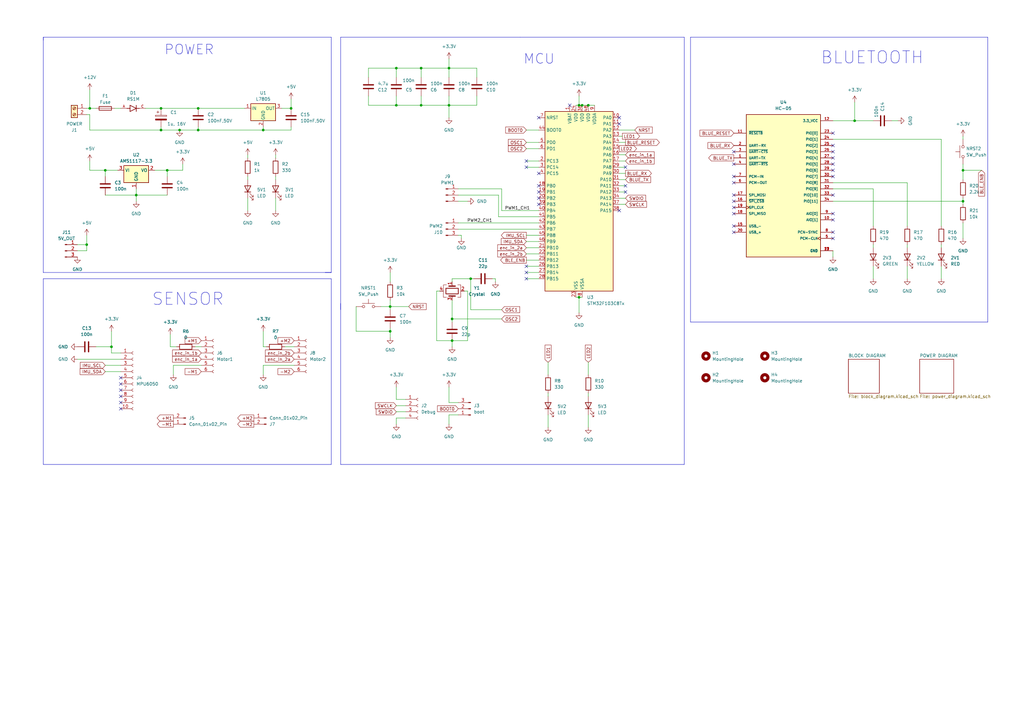
<source format=kicad_sch>
(kicad_sch (version 20230121) (generator eeschema)
  (paper "A3")
  (title_block (title "Snaaur Board") (date "14/6/2023") (rev "v0"))
  (junction (at 107.95 53.34))
  (junction (at 237.49 121.92))
  (junction (at 394.97 69.85))
  (junction (at 238.76 43.18))
  (junction (at 45.72 142.24))
  (junction (at 43.18 69.85))
  (junction (at 160.02 135.89))
  (junction (at 185.42 130.81))
  (junction (at 172.72 27.94))
  (junction (at 73.66 53.34))
  (junction (at 81.28 44.45))
  (junction (at 184.15 27.94))
  (junction (at 241.3 43.18))
  (junction (at 68.58 69.85))
  (junction (at 185.42 139.7))
  (junction (at 35.56 100.33))
  (junction (at 66.04 44.45))
  (junction (at 55.88 80.01))
  (junction (at 66.04 53.34))
  (junction (at 160.02 125.73))
  (junction (at 36.83 44.45))
  (junction (at 81.28 53.34))
  (junction (at 119.38 44.45))
  (junction (at 350.52 49.53))
  (junction (at 162.56 27.94))
  (junction (at 237.49 43.18))
  (junction (at 394.97 82.55))
  (junction (at 172.72 43.18))
  (junction (at 162.56 43.18))
  (junction (at 184.15 43.18))
  (junction (at 193.04 114.3))
  (no_connect (at 341.63 95.25))
  (no_connect (at 300.99 87.63))
  (no_connect (at 341.63 80.01))
  (no_connect (at 220.98 78.74))
  (no_connect (at 220.98 71.12))
  (no_connect (at 215.9 111.76))
  (no_connect (at 341.63 69.85))
  (no_connect (at 254 50.8))
  (no_connect (at 341.63 59.69))
  (no_connect (at 300.99 62.23))
  (no_connect (at 49.53 154.94))
  (no_connect (at 256.54 76.2))
  (no_connect (at 215.9 114.3))
  (no_connect (at 341.63 54.61))
  (no_connect (at 49.53 167.64))
  (no_connect (at 341.63 64.77))
  (no_connect (at 300.99 80.01))
  (no_connect (at 256.54 78.74))
  (no_connect (at 220.98 83.82))
  (no_connect (at 256.54 68.58))
  (no_connect (at 300.99 72.39))
  (no_connect (at 341.63 87.63))
  (no_connect (at 233.68 43.18))
  (no_connect (at 49.53 160.02))
  (no_connect (at 341.63 97.79))
  (no_connect (at 341.63 90.17))
  (no_connect (at 341.63 72.39))
  (no_connect (at 215.9 109.22))
  (no_connect (at 220.98 48.26))
  (no_connect (at 215.9 66.04))
  (no_connect (at 220.98 81.28))
  (no_connect (at 300.99 67.31))
  (no_connect (at 215.9 68.58))
  (no_connect (at 300.99 82.55))
  (no_connect (at 254 86.36))
  (no_connect (at 49.53 157.48))
  (no_connect (at 49.53 162.56))
  (no_connect (at 300.99 85.09))
  (no_connect (at 300.99 95.25))
  (no_connect (at 49.53 165.1))
  (no_connect (at 300.99 92.71))
  (no_connect (at 341.63 67.31))
  (no_connect (at 300.99 74.93))
  (no_connect (at 341.63 62.23))
  (no_connect (at 254 48.26))
  (no_connect (at 220.98 76.2))
  (polyline (pts (xy 17.78 114.3) (xy 135.89 114.3)))
  (wire (pts (xy 195.58 27.94) (xy 195.58 31.75)))
  (wire (pts (xy 224.79 161.29) (xy 224.79 162.56)))
  (wire (pts (xy 187.96 93.98) (xy 220.98 93.98)))
  (wire (pts (xy 215.9 114.3) (xy 220.98 114.3)))
  (wire (pts (xy 172.72 27.94) (xy 172.72 31.75)))
  (wire (pts (xy 172.72 39.37) (xy 172.72 43.18)))
  (wire (pts (xy 166.37 171.45) (xy 162.56 171.45)))
  (wire (pts (xy 120.65 149.86) (xy 107.95 149.86)))
  (wire (pts (xy 59.69 44.45) (xy 66.04 44.45)))
  (wire (pts (xy 45.72 144.78) (xy 45.72 142.24)))
  (wire (pts (xy 185.42 139.7) (xy 191.77 139.7)))
  (wire (pts (xy 66.04 52.07) (xy 66.04 53.34)))
  (wire (pts (xy 167.64 125.73) (xy 160.02 125.73)))
  (wire (pts (xy 224.79 148.59) (xy 224.79 153.67)))
  (wire (pts (xy 241.3 148.59) (xy 241.3 153.67)))
  (wire (pts (xy 160.02 111.76) (xy 160.02 115.57)))
  (polyline (pts (xy 283.21 132.08) (xy 405.13 132.08)))
  (wire (pts (xy 115.57 44.45) (xy 119.38 44.45)))
  (wire (pts (xy 237.49 39.37) (xy 237.49 43.18)))
  (wire (pts (xy 68.58 69.85) (xy 74.93 69.85)))
  (wire (pts (xy 36.83 44.45) (xy 39.37 44.45)))
  (wire (pts (xy 215.9 53.34) (xy 220.98 53.34)))
  (wire (pts (xy 189.23 96.52) (xy 189.23 97.79)))
  (wire (pts (xy 146.05 135.89) (xy 160.02 135.89)))
  (wire (pts (xy 35.56 96.52) (xy 35.56 100.33)))
  (wire (pts (xy 191.77 82.55) (xy 187.96 82.55)))
  (wire (pts (xy 184.15 158.75) (xy 184.15 165.1)))
  (wire (pts (xy 69.85 142.24) (xy 69.85 137.16)))
  (wire (pts (xy 162.56 168.91) (xy 166.37 168.91)))
  (wire (pts (xy 160.02 134.62) (xy 160.02 135.89)))
  (polyline (pts (xy 17.78 111.76) (xy 17.78 111.76)))
  (wire (pts (xy 71.12 149.86) (xy 71.12 153.67)))
  (wire (pts (xy 203.2 114.3) (xy 203.2 115.57)))
  (wire (pts (xy 254 83.82) (xy 256.54 83.82)))
  (wire (pts (xy 254 68.58) (xy 256.54 68.58)))
  (wire (pts (xy 386.08 57.15) (xy 341.63 57.15)))
  (wire (pts (xy 55.88 80.01) (xy 55.88 82.55)))
  (wire (pts (xy 184.15 173.99) (xy 184.15 170.18)))
  (wire (pts (xy 172.72 27.94) (xy 184.15 27.94)))
  (wire (pts (xy 224.79 170.18) (xy 224.79 175.26)))
  (wire (pts (xy 35.56 44.45) (xy 36.83 44.45)))
  (wire (pts (xy 237.49 121.92) (xy 237.49 128.27)))
  (polyline (pts (xy 280.67 15.24) (xy 280.67 190.5)))
  (wire (pts (xy 193.04 114.3) (xy 185.42 114.3)))
  (wire (pts (xy 358.14 109.22) (xy 358.14 114.3)))
  (polyline (pts (xy 139.7 190.5) (xy 139.7 124.46)))
  (wire (pts (xy 254 63.5) (xy 256.54 63.5)))
  (wire (pts (xy 151.13 27.94) (xy 162.56 27.94)))
  (wire (pts (xy 215.9 60.96) (xy 220.98 60.96)))
  (wire (pts (xy 162.56 158.75) (xy 162.56 163.83)))
  (wire (pts (xy 43.18 69.85) (xy 43.18 72.39)))
  (wire (pts (xy 394.97 69.85) (xy 402.59 69.85)))
  (wire (pts (xy 74.93 67.31) (xy 74.93 69.85)))
  (wire (pts (xy 66.04 53.34) (xy 73.66 53.34)))
  (wire (pts (xy 101.6 72.39) (xy 101.6 73.66)))
  (wire (pts (xy 69.85 142.24) (xy 72.39 142.24)))
  (wire (pts (xy 43.18 80.01) (xy 55.88 80.01)))
  (wire (pts (xy 81.28 53.34) (xy 107.95 53.34)))
  (wire (pts (xy 254 76.2) (xy 256.54 76.2)))
  (wire (pts (xy 120.65 142.24) (xy 116.84 142.24)))
  (polyline (pts (xy 135.89 190.5) (xy 135.89 114.3)))
  (wire (pts (xy 260.35 53.34) (xy 254 53.34)))
  (wire (pts (xy 184.15 27.94) (xy 195.58 27.94)))
  (wire (pts (xy 107.95 142.24) (xy 107.95 135.89)))
  (wire (pts (xy 184.15 24.13) (xy 184.15 27.94)))
  (wire (pts (xy 205.74 127) (xy 193.04 127)))
  (wire (pts (xy 190.5 119.38) (xy 191.77 119.38)))
  (wire (pts (xy 237.49 121.92) (xy 238.76 121.92)))
  (wire (pts (xy 205.74 86.36) (xy 220.98 86.36)))
  (polyline (pts (xy 135.89 111.76) (xy 135.89 15.24)))
  (wire (pts (xy 184.15 43.18) (xy 195.58 43.18)))
  (wire (pts (xy 372.11 74.93) (xy 372.11 92.71)))
  (wire (pts (xy 36.83 36.83) (xy 36.83 44.45)))
  (wire (pts (xy 35.56 102.87) (xy 35.56 100.33)))
  (wire (pts (xy 254 73.66) (xy 256.54 73.66)))
  (wire (pts (xy 358.14 77.47) (xy 341.63 77.47)))
  (wire (pts (xy 162.56 43.18) (xy 172.72 43.18)))
  (wire (pts (xy 215.9 66.04) (xy 220.98 66.04)))
  (wire (pts (xy 185.42 142.24) (xy 185.42 139.7)))
  (wire (pts (xy 341.63 49.53) (xy 350.52 49.53)))
  (wire (pts (xy 394.97 81.28) (xy 394.97 82.55)))
  (wire (pts (xy 146.05 125.73) (xy 146.05 135.89)))
  (wire (pts (xy 179.07 119.38) (xy 180.34 119.38)))
  (wire (pts (xy 394.97 57.15) (xy 394.97 55.88)))
  (wire (pts (xy 81.28 44.45) (xy 100.33 44.45)))
  (wire (pts (xy 254 78.74) (xy 256.54 78.74)))
  (wire (pts (xy 162.56 163.83) (xy 166.37 163.83)))
  (wire (pts (xy 101.6 81.28) (xy 101.6 86.36)))
  (wire (pts (xy 205.74 77.47) (xy 205.74 86.36)))
  (polyline (pts (xy 17.78 15.24) (xy 17.78 16.51)))
  (wire (pts (xy 350.52 41.91) (xy 350.52 49.53)))
  (wire (pts (xy 358.14 77.47) (xy 358.14 92.71)))
  (wire (pts (xy 187.96 91.44) (xy 220.98 91.44)))
  (wire (pts (xy 394.97 82.55) (xy 394.97 83.82)))
  (wire (pts (xy 46.99 44.45) (xy 49.53 44.45)))
  (wire (pts (xy 43.18 152.4) (xy 49.53 152.4)))
  (wire (pts (xy 386.08 109.22) (xy 386.08 114.3)))
  (wire (pts (xy 185.42 123.19) (xy 185.42 130.81)))
  (wire (pts (xy 184.15 43.18) (xy 184.15 48.26)))
  (wire (pts (xy 187.96 80.01) (xy 204.47 80.01)))
  (wire (pts (xy 185.42 130.81) (xy 185.42 132.08)))
  (wire (pts (xy 241.3 170.18) (xy 241.3 175.26)))
  (wire (pts (xy 31.75 147.32) (xy 49.53 147.32)))
  (wire (pts (xy 113.03 63.5) (xy 113.03 64.77)))
  (wire (pts (xy 109.22 142.24) (xy 107.95 142.24)))
  (polyline (pts (xy 405.13 15.24) (xy 283.21 15.24)))
  (wire (pts (xy 184.15 39.37) (xy 184.15 43.18)))
  (wire (pts (xy 113.03 72.39) (xy 113.03 73.66)))
  (wire (pts (xy 151.13 27.94) (xy 151.13 31.75)))
  (wire (pts (xy 36.83 53.34) (xy 66.04 53.34)))
  (wire (pts (xy 368.3 49.53) (xy 365.76 49.53)))
  (polyline (pts (xy 280.67 190.5) (xy 139.7 190.5)))
  (wire (pts (xy 386.08 100.33) (xy 386.08 101.6)))
  (wire (pts (xy 187.96 77.47) (xy 205.74 77.47)))
  (wire (pts (xy 185.42 114.3) (xy 185.42 115.57)))
  (wire (pts (xy 238.76 43.18) (xy 241.3 43.18)))
  (wire (pts (xy 254 81.28) (xy 256.54 81.28)))
  (wire (pts (xy 43.18 69.85) (xy 48.26 69.85)))
  (polyline (pts (xy 135.89 15.24) (xy 17.78 15.24)))
  (wire (pts (xy 215.9 106.68) (xy 220.98 106.68)))
  (wire (pts (xy 195.58 39.37) (xy 195.58 43.18)))
  (wire (pts (xy 162.56 166.37) (xy 166.37 166.37)))
  (polyline (pts (xy 17.78 114.3) (xy 17.78 190.5)))
  (wire (pts (xy 151.13 43.18) (xy 151.13 39.37)))
  (wire (pts (xy 254 58.42) (xy 256.54 58.42)))
  (wire (pts (xy 237.49 43.18) (xy 238.76 43.18)))
  (polyline (pts (xy 213.36 15.24) (xy 139.7 15.24)))
  (wire (pts (xy 107.95 53.34) (xy 107.95 52.07)))
  (wire (pts (xy 160.02 123.19) (xy 160.02 125.73)))
  (polyline (pts (xy 405.13 132.08) (xy 405.13 15.24)))
  (wire (pts (xy 215.9 104.14) (xy 220.98 104.14)))
  (wire (pts (xy 204.47 88.9) (xy 220.98 88.9)))
  (wire (pts (xy 39.37 142.24) (xy 45.72 142.24)))
  (wire (pts (xy 341.63 74.93) (xy 372.11 74.93)))
  (wire (pts (xy 372.11 109.22) (xy 372.11 114.3)))
  (wire (pts (xy 358.14 100.33) (xy 358.14 101.6)))
  (wire (pts (xy 394.97 69.85) (xy 394.97 67.31)))
  (wire (pts (xy 179.07 139.7) (xy 185.42 139.7)))
  (wire (pts (xy 254 66.04) (xy 256.54 66.04)))
  (wire (pts (xy 119.38 40.64) (xy 119.38 44.45)))
  (wire (pts (xy 386.08 92.71) (xy 386.08 57.15)))
  (polyline (pts (xy 213.36 15.24) (xy 280.67 15.24)))
  (wire (pts (xy 36.83 66.04) (xy 36.83 69.85)))
  (wire (pts (xy 162.56 27.94) (xy 172.72 27.94)))
  (wire (pts (xy 55.88 77.47) (xy 55.88 80.01)))
  (wire (pts (xy 350.52 49.53) (xy 358.14 49.53)))
  (wire (pts (xy 162.56 171.45) (xy 162.56 173.99)))
  (wire (pts (xy 201.93 114.3) (xy 203.2 114.3)))
  (wire (pts (xy 184.15 165.1) (xy 187.96 165.1)))
  (wire (pts (xy 215.9 68.58) (xy 220.98 68.58)))
  (wire (pts (xy 191.77 119.38) (xy 191.77 139.7)))
  (wire (pts (xy 372.11 100.33) (xy 372.11 101.6)))
  (wire (pts (xy 185.42 130.81) (xy 205.74 130.81)))
  (wire (pts (xy 63.5 69.85) (xy 68.58 69.85)))
  (wire (pts (xy 194.31 114.3) (xy 193.04 114.3)))
  (wire (pts (xy 82.55 142.24) (xy 80.01 142.24)))
  (wire (pts (xy 241.3 43.18) (xy 243.84 43.18)))
  (wire (pts (xy 82.55 149.86) (xy 71.12 149.86)))
  (polyline (pts (xy 133.35 111.76) (xy 135.89 111.76)))
  (wire (pts (xy 394.97 73.66) (xy 394.97 69.85)))
  (polyline (pts (xy 139.7 15.24) (xy 139.7 127)))
  (wire (pts (xy 49.53 144.78) (xy 45.72 144.78)))
  (wire (pts (xy 236.22 121.92) (xy 237.49 121.92)))
  (wire (pts (xy 66.04 44.45) (xy 81.28 44.45)))
  (wire (pts (xy 113.03 81.28) (xy 113.03 86.36)))
  (wire (pts (xy 341.63 82.55) (xy 394.97 82.55)))
  (wire (pts (xy 36.83 69.85) (xy 43.18 69.85)))
  (wire (pts (xy 156.21 125.73) (xy 160.02 125.73)))
  (wire (pts (xy 101.6 63.5) (xy 101.6 64.77)))
  (wire (pts (xy 394.97 91.44) (xy 394.97 97.79)))
  (polyline (pts (xy 17.78 190.5) (xy 135.89 190.5)))
  (wire (pts (xy 179.07 119.38) (xy 179.07 139.7)))
  (wire (pts (xy 215.9 101.6) (xy 220.98 101.6)))
  (wire (pts (xy 172.72 43.18) (xy 184.15 43.18)))
  (wire (pts (xy 215.9 58.42) (xy 220.98 58.42)))
  (wire (pts (xy 187.96 96.52) (xy 189.23 96.52)))
  (wire (pts (xy 81.28 52.07) (xy 81.28 53.34)))
  (wire (pts (xy 215.9 111.76) (xy 220.98 111.76)))
  (wire (pts (xy 35.56 100.33) (xy 31.75 100.33)))
  (wire (pts (xy 215.9 96.52) (xy 220.98 96.52)))
  (wire (pts (xy 236.22 43.18) (xy 237.49 43.18)))
  (wire (pts (xy 184.15 170.18) (xy 187.96 170.18)))
  (wire (pts (xy 151.13 43.18) (xy 162.56 43.18)))
  (wire (pts (xy 73.66 53.34) (xy 81.28 53.34)))
  (wire (pts (xy 31.75 102.87) (xy 35.56 102.87)))
  (wire (pts (xy 55.88 80.01) (xy 68.58 80.01)))
  (wire (pts (xy 241.3 161.29) (xy 241.3 162.56)))
  (wire (pts (xy 107.95 53.34) (xy 119.38 53.34)))
  (wire (pts (xy 160.02 135.89) (xy 160.02 138.43)))
  (wire (pts (xy 68.58 69.85) (xy 68.58 72.39)))
  (wire (pts (xy 107.95 149.86) (xy 107.95 153.67)))
  (wire (pts (xy 36.83 46.99) (xy 36.83 53.34)))
  (polyline (pts (xy 17.78 15.24) (xy 17.78 111.76)))
  (wire (pts (xy 160.02 125.73) (xy 160.02 127)))
  (wire (pts (xy 162.56 39.37) (xy 162.56 43.18)))
  (wire (pts (xy 184.15 27.94) (xy 184.15 31.75)))
  (polyline (pts (xy 135.89 111.76) (xy 17.78 111.76)))
  (wire (pts (xy 341.63 105.41) (xy 341.63 102.87)))
  (wire (pts (xy 204.47 80.01) (xy 204.47 88.9)))
  (wire (pts (xy 162.56 27.94) (xy 162.56 31.75)))
  (wire (pts (xy 119.38 52.07) (xy 119.38 53.34)))
  (polyline (pts (xy 283.21 15.24) (xy 283.21 132.08)))
  (wire (pts (xy 45.72 142.24) (xy 45.72 135.89)))
  (wire (pts (xy 193.04 127) (xy 193.04 114.3)))
  (wire (pts (xy 254 55.88) (xy 255.27 55.88)))
  (wire (pts (xy 254 71.12) (xy 256.54 71.12)))
  (wire (pts (xy 35.56 46.99) (xy 36.83 46.99)))
  (wire (pts (xy 215.9 109.22) (xy 220.98 109.22)))
  (wire (pts (xy 43.18 149.86) (xy 49.53 149.86)))
  (wire (pts (xy 215.9 99.06) (xy 220.98 99.06)))
  (text "BLUETOOTH\n" (at 336.55 26.67 0) (effects (font (size 5 5)) (justify left bottom)))
  (text "\n" (at 190.5 77.47 0) (effects (font (size 1.27 1.27)) (justify left bottom)))
  (text "MCU" (at 214.63 26.67 0) (effects (font (size 4 4)) (justify left bottom)))
  (text "SENSOR" (at 62.23 125.73 0) (effects (font (size 5 5)) (justify left bottom)))
  (text "POWER" (at 67.31 22.86 0) (effects (font (size 4 4)) (justify left bottom)))
  (text "\n" (at 195.58 93.98 0) (effects (font (size 1.27 1.27)) (justify left bottom)))
  (label "PWM2_CH1" (at 201.93 91.44 180))
  (label "PWM1_CH1" (at 207.01 86.36 0))
  (global_label "+M2" (shape output) (at 104.14 171.45 180) (property "Intersheetrefs" "${INTERSHEET_REFS}" (effects hide)))
  (global_label "enc_in_2b" (shape input) (at 215.9 104.14 180) (property "Intersheetrefs" "${INTERSHEET_REFS}" (effects hide)))
  (global_label "+M1" (shape input) (at 82.55 139.7 180) (property "Intersheetrefs" "${INTERSHEET_REFS}" (effects hide)))
  (global_label "IMU_SCL" (shape output) (at 215.9 96.52 180) (property "Intersheetrefs" "${INTERSHEET_REFS}" (effects hide)))
  (global_label "BLE_ENB" (shape input) (at 402.59 69.85 270) (property "Intersheetrefs" "${INTERSHEET_REFS}" (effects hide)))
  (global_label "enc_in_1a" (shape input) (at 256.54 63.5 0) (property "Intersheetrefs" "${INTERSHEET_REFS}" (effects hide)))
  (global_label "BOOT0" (shape input) (at 215.9 53.34 180) (property "Intersheetrefs" "${INTERSHEET_REFS}" (effects hide)))
  (global_label "BOOT0" (shape input) (at 187.96 167.64 180) (property "Intersheetrefs" "${INTERSHEET_REFS}" (effects hide)))
  (global_label "+M2" (shape input) (at 120.65 139.7 180) (property "Intersheetrefs" "${INTERSHEET_REFS}" (effects hide)))
  (global_label "BLUE_RESET" (shape input) (at 300.99 54.61 180) (property "Intersheetrefs" "${INTERSHEET_REFS}" (effects hide)))
  (global_label "LED2" (shape input) (at 241.3 148.59 90) (property "Intersheetrefs" "${INTERSHEET_REFS}" (effects hide)))
  (global_label "NRST" (shape input) (at 260.35 53.34 0) (property "Intersheetrefs" "${INTERSHEET_REFS}" (effects hide)))
  (global_label "OSC1" (shape input) (at 215.9 58.42 180) (property "Intersheetrefs" "${INTERSHEET_REFS}" (effects hide)))
  (global_label "-M1" (shape output) (at 71.12 173.99 180) (property "Intersheetrefs" "${INTERSHEET_REFS}" (effects hide)))
  (global_label "-M1" (shape input) (at 82.55 152.4 180) (property "Intersheetrefs" "${INTERSHEET_REFS}" (effects hide)))
  (global_label "BLUE_TX" (shape output) (at 300.99 64.77 180) (property "Intersheetrefs" "${INTERSHEET_REFS}" (effects hide)))
  (global_label "OSC2" (shape input) (at 215.9 60.96 180) (property "Intersheetrefs" "${INTERSHEET_REFS}" (effects hide)))
  (global_label "LED1" (shape output) (at 255.27 55.88 0) (property "Intersheetrefs" "${INTERSHEET_REFS}" (effects hide)))
  (global_label "SWDIO" (shape input) (at 162.56 168.91 180) (property "Intersheetrefs" "${INTERSHEET_REFS}" (effects hide)))
  (global_label "BLUE_RX" (shape input) (at 300.99 59.69 180) (property "Intersheetrefs" "${INTERSHEET_REFS}" (effects hide)))
  (global_label "BLE_ENB" (shape output) (at 215.9 106.68 180) (property "Intersheetrefs" "${INTERSHEET_REFS}" (effects hide)))
  (global_label "OSC2" (shape input) (at 205.74 130.81 0) (property "Intersheetrefs" "${INTERSHEET_REFS}" (effects hide)))
  (global_label "-M2" (shape input) (at 120.65 152.4 180) (property "Intersheetrefs" "${INTERSHEET_REFS}" (effects hide)))
  (global_label "+M1" (shape output) (at 71.12 171.45 180) (property "Intersheetrefs" "${INTERSHEET_REFS}" (effects hide)))
  (global_label "SWDIO" (shape input) (at 256.54 81.28 0) (property "Intersheetrefs" "${INTERSHEET_REFS}" (effects hide)))
  (global_label "enc_in_2b" (shape input) (at 120.65 144.78 180) (property "Intersheetrefs" "${INTERSHEET_REFS}" (effects hide)))
  (global_label "SWCLK" (shape input) (at 256.54 83.82 0) (property "Intersheetrefs" "${INTERSHEET_REFS}" (effects hide)))
  (global_label "LED1" (shape input) (at 224.79 148.59 90) (property "Intersheetrefs" "${INTERSHEET_REFS}" (effects hide)))
  (global_label "OSC1" (shape input) (at 205.74 127 0) (property "Intersheetrefs" "${INTERSHEET_REFS}" (effects hide)))
  (global_label "IMU_SDA" (shape input) (at 43.18 152.4 180) (property "Intersheetrefs" "${INTERSHEET_REFS}" (effects hide)))
  (global_label "SWCLK" (shape input) (at 162.56 166.37 180) (property "Intersheetrefs" "${INTERSHEET_REFS}" (effects hide)))
  (global_label "BLUE_RESET" (shape output) (at 256.54 58.42 0) (property "Intersheetrefs" "${INTERSHEET_REFS}" (effects hide)))
  (global_label "NRST" (shape input) (at 167.64 125.73 0) (property "Intersheetrefs" "${INTERSHEET_REFS}" (effects hide)))
  (global_label "BLUE_RX" (shape output) (at 256.54 71.12 0) (property "Intersheetrefs" "${INTERSHEET_REFS}" (effects hide)))
  (global_label "LED2" (shape output) (at 254 60.96 0) (property "Intersheetrefs" "${INTERSHEET_REFS}" (effects hide)))
  (global_label "enc_in_1b" (shape input) (at 82.55 144.78 180) (property "Intersheetrefs" "${INTERSHEET_REFS}" (effects hide)))
  (global_label "enc_in_2a" (shape input) (at 215.9 101.6 180) (property "Intersheetrefs" "${INTERSHEET_REFS}" (effects hide)))
  (global_label "BLUE_TX" (shape input) (at 256.54 73.66 0) (property "Intersheetrefs" "${INTERSHEET_REFS}" (effects hide)))
  (global_label "enc_in_1a" (shape input) (at 82.55 147.32 180) (property "Intersheetrefs" "${INTERSHEET_REFS}" (effects hide)))
  (global_label "enc_in_1b" (shape input) (at 256.54 66.04 0) (property "Intersheetrefs" "${INTERSHEET_REFS}" (effects hide)))
  (global_label "IMU_SCL" (shape input) (at 43.18 149.86 180) (property "Intersheetrefs" "${INTERSHEET_REFS}" (effects hide)))
  (global_label "enc_in_2a" (shape input) (at 120.65 147.32 180) (property "Intersheetrefs" "${INTERSHEET_REFS}" (effects hide)))
  (global_label "-M2" (shape output) (at 104.14 173.99 180) (property "Intersheetrefs" "${INTERSHEET_REFS}" (effects hide)))
  (global_label "IMU_SDA" (shape input) (at 215.9 99.06 180) (property "Intersheetrefs" "${INTERSHEET_REFS}" (effects hide)))
  (symbol (lib_id "Device:R") (at 113.03 68.58 0) (unit 1)
    (property "Reference" "R2" (at 115.57 67.31 0) (effects (justify left)))
    (property "Value" "330" (at 115.57 69.85 0) (effects (justify left)))
    (property "Footprint" "Resistor_SMD:R_0603_1608Metric_Pad0.98x0.95mm_HandSolder" (effects hide))
  )
  (symbol (lib_id "power:+3.3V") (at 45.72 135.89 0) (unit 1)
    (property "Reference" "#PWR042" (effects hide))
    (property "Value" "+3.3V" (at 45.72 130.81 0))
  )
  (symbol (lib_id "Connector:Conn_01x06_Socket") (at 87.63 144.78 0) (unit 1)
    (property "Reference" "J6" (at 88.9 144.78 0) (effects (justify left)))
    (property "Value" "Motor1" (at 88.9 147.32 0) (effects (justify left)))
    (property "Footprint" "Connector_PinHeader_2.54mm:PinHeader_1x06_P2.54mm_Vertical" (effects hide))
  )
  (symbol (lib_id "power:+5V") (at 36.83 66.04 0) (unit 1)
    (property "Reference" "#PWR06" (effects hide))
    (property "Value" "+5V" (at 36.83 60.96 0))
  )
  (symbol (lib_id "power:GND") (at 341.63 105.41 0) (unit 1)
    (property "Reference" "#PWR024" (effects hide))
    (property "Value" "GND" (at 341.63 110.49 0))
  )
  (symbol (lib_id "power:GND") (at 113.03 86.36 0) (unit 1)
    (property "Reference" "#PWR010" (effects hide))
    (property "Value" "GND" (at 113.03 91.44 0))
  )
  (symbol (lib_id "Device:LED") (at 372.11 105.41 90) (unit 1)
    (property "Reference" "2V2" (at 375.92 105.7275 90) (effects (justify right)))
    (property "Value" "YELLOW" (at 375.92 108.2675 90) (effects (justify right)))
    (property "Footprint" "LED_SMD:LED_0603_1608Metric_Pad1.05x0.95mm_HandSolder" (effects hide))
  )
  (symbol (lib_id "Device:R") (at 386.08 96.52 0) (unit 1)
    (property "Reference" "R16" (at 388.62 95.25 0) (effects (justify left)))
    (property "Value" "470" (at 388.62 97.79 0) (effects (justify left)))
    (property "Footprint" "Resistor_SMD:R_0603_1608Metric_Pad0.98x0.95mm_HandSolder" (effects hide))
  )
  (symbol (lib_id "power:GND") (at 372.11 114.3 0) (unit 1)
    (property "Reference" "#PWR050" (effects hide))
    (property "Value" "GND" (at 372.11 119.38 0))
  )
  (symbol (lib_id "Device:R") (at 101.6 68.58 0) (unit 1)
    (property "Reference" "R1" (at 104.14 67.31 0) (effects (justify left)))
    (property "Value" "1k" (at 104.14 69.85 0) (effects (justify left)))
    (property "Footprint" "Resistor_SMD:R_0603_1608Metric_Pad0.98x0.95mm_HandSolder" (effects hide))
  )
  (symbol (lib_id "Connector:Conn_01x02_Pin") (at 76.2 173.99 180) (unit 1)
    (property "Reference" "J5" (at 77.47 171.45 0) (effects (justify right)))
    (property "Value" "Conn_01x02_Pin" (at 77.47 173.99 0) (effects (justify right)))
    (property "Footprint" "Connector_PinHeader_2.54mm:PinHeader_1x02_P2.54mm_Vertical" (effects hide))
  )
  (symbol (lib_id "Device:LED") (at 241.3 166.37 90) (unit 1)
    (property "Reference" "5V3" (at 245.11 166.6875 90) (effects (justify right)))
    (property "Value" "LED" (at 245.11 169.2275 90) (effects (justify right)))
    (property "Footprint" "LED_SMD:LED_0603_1608Metric_Pad1.05x0.95mm_HandSolder" (effects hide))
  )
  (symbol (lib_id "power:GND") (at 203.2 115.57 0) (unit 1)
    (property "Reference" "#PWR09" (effects hide))
    (property "Value" "GND" (at 203.2 120.65 0))
  )
  (symbol (lib_id "Device:C") (at 81.28 48.26 180) (unit 1)
    (property "Reference" "C2" (at 85.09 46.99 0) (effects (justify right)))
    (property "Value" "100nF,50V" (at 85.09 49.53 0) (effects (justify right)))
    (property "Footprint" "Capacitor_SMD:C_0603_1608Metric_Pad1.08x0.95mm_HandSolder" (effects hide))
  )
  (symbol (lib_id "Device:LED") (at 386.08 105.41 90) (unit 1)
    (property "Reference" "2V1" (at 389.89 105.7275 90) (effects (justify right)))
    (property "Value" "RED" (at 389.89 108.2675 90) (effects (justify right)))
    (property "Footprint" "LED_SMD:LED_0603_1608Metric_Pad1.05x0.95mm_HandSolder" (effects hide))
  )
  (symbol (lib_id "Device:R") (at 113.03 142.24 90) (unit 1)
    (property "Reference" "R7" (at 113.03 135.89 90))
    (property "Value" "0" (at 113.03 138.43 90))
    (property "Footprint" "Resistor_SMD:R_0603_1608Metric_Pad0.98x0.95mm_HandSolder" (effects hide))
  )
  (symbol (lib_id "Device:C") (at 172.72 35.56 0) (mirror y) (unit 1)
    (property "Reference" "C6" (at 176.53 36.83 0) (effects (justify right)))
    (property "Value" "100n" (at 176.53 34.29 0) (effects (justify right)))
    (property "Footprint" "Capacitor_SMD:C_0603_1608Metric_Pad1.08x0.95mm_HandSolder" (effects hide))
  )
  (symbol (lib_id "power:GND") (at 31.75 147.32 270) (unit 1)
    (property "Reference" "#PWR041" (effects hide))
    (property "Value" "GND" (at 27.94 147.32 90) (effects (justify right)))
  )
  (symbol (lib_id "power:+3.3V") (at 394.97 55.88 0) (unit 1)
    (property "Reference" "#PWR052" (effects hide))
    (property "Value" "+3.3V" (at 394.97 50.8 0))
  )
  (symbol (lib_id "Connector:Conn_01x03_Pin") (at 182.88 80.01 0) (unit 1)
    (property "Reference" "J9" (at 183.515 72.39 0))
    (property "Value" "PWM1" (at 183.515 74.93 0))
    (property "Footprint" "Connector:FanPinHeader_1x03_P2.54mm_Vertical" (effects hide))
  )
  (symbol (lib_id "Switch:SW_Push") (at 151.13 125.73 0) (unit 1)
    (property "Reference" "NRST1" (at 151.13 118.11 0))
    (property "Value" "SW_Push" (at 151.13 120.65 0))
    (property "Footprint" "Button_Switch_SMD:SW_DIP_SPSTx01_Slide_6.7x4.1mm_W6.73mm_P2.54mm_LowProfile_JPin" (effects hide))
  )
  (symbol (lib_id "MCU_ST_STM32F1:STM32F103C8Tx") (at 236.22 83.82 0) (unit 1)
    (property "Reference" "U3" (at 240.7159 121.92 0) (effects (justify left)))
    (property "Value" "STM32F103C8Tx" (at 240.7159 124.46 0) (effects (justify left)))
    (property "Footprint" "Package_QFP:LQFP-48_7x7mm_P0.5mm" (effects hide))
    (property "Datasheet" "https://www.st.com/resource/en/datasheet/stm32f103c8.pdf" (effects hide))
  )
  (symbol (lib_id "Device:R") (at 76.2 142.24 90) (unit 1)
    (property "Reference" "R6" (at 76.2 135.89 90))
    (property "Value" "0" (at 76.2 138.43 90))
    (property "Footprint" "Resistor_SMD:R_0603_1608Metric_Pad0.98x0.95mm_HandSolder" (effects hide))
  )
  (symbol (lib_id "RS1M:RS1M") (at 54.61 44.45 0) (unit 1)
    (property "Reference" "D1" (at 54.61 38.1 0))
    (property "Value" "RS1M" (at 54.61 40.64 0))
    (property "Footprint" "RS1M:DIOM4330X250N" (effects hide))
    (property "PARTREV" "1.0" (effects hide))
    (property "MANUFACTURER" "Taiwan Semiconductor" (effects hide))
    (property "SNAPEDA_PN" "RS1A" (effects hide))
    (property "MAXIMUM_PACKAGE_HEIGHT" "2.5mm" (effects hide))
    (property "STANDARD" "IPC-7351B" (effects hide))
  )
  (symbol (lib_id "Device:LED") (at 358.14 105.41 90) (unit 1)
    (property "Reference" "2V3" (at 361.95 105.7275 90) (effects (justify right)))
    (property "Value" "GREEN" (at 361.95 108.2675 90) (effects (justify right)))
    (property "Footprint" "LED_SMD:LED_0603_1608Metric_Pad1.05x0.95mm_HandSolder" (effects hide))
  )
  (symbol (lib_id "Device:LED") (at 224.79 166.37 90) (unit 1)
    (property "Reference" "5V2" (at 228.6 166.6875 90) (effects (justify right)))
    (property "Value" "LED" (at 228.6 169.2275 90) (effects (justify right)))
    (property "Footprint" "LED_SMD:LED_0603_1608Metric_Pad1.05x0.95mm_HandSolder" (effects hide))
  )
  (symbol (lib_id "Device:C") (at 184.15 35.56 0) (mirror y) (unit 1)
    (property "Reference" "C8" (at 187.96 36.83 0) (effects (justify right)))
    (property "Value" "100n" (at 187.96 34.29 0) (effects (justify right)))
    (property "Footprint" "Capacitor_SMD:C_0603_1608Metric_Pad1.08x0.95mm_HandSolder" (effects hide))
  )
  (symbol (lib_id "power:+12V") (at 36.83 36.83 0) (unit 1)
    (property "Reference" "#PWR01" (effects hide))
    (property "Value" "+12V" (at 36.83 31.75 0))
  )
  (symbol (lib_id "Device:C") (at 68.58 76.2 180) (unit 1)
    (property "Reference" "C4" (at 72.39 74.93 0) (effects (justify right)))
    (property "Value" "100n" (at 72.39 77.47 0) (effects (justify right)))
    (property "Footprint" "Capacitor_SMD:C_0603_1608Metric_Pad1.08x0.95mm_HandSolder" (effects hide))
  )
  (symbol (lib_id "power:GND") (at 241.3 175.26 0) (unit 1)
    (property "Reference" "#PWR039" (effects hide))
    (property "Value" "GND" (at 241.3 180.34 0))
  )
  (symbol (lib_id "power:+5V") (at 101.6 63.5 0) (unit 1)
    (property "Reference" "#PWR04" (effects hide))
    (property "Value" "+5V" (at 101.6 58.42 0))
  )
  (symbol (lib_id "Connector:Conn_01x03_Pin") (at 182.88 93.98 0) (unit 1)
    (property "Reference" "J10" (at 181.61 95.25 0) (effects (justify right)))
    (property "Value" "PWM2" (at 181.61 92.71 0) (effects (justify right)))
    (property "Footprint" "Connector:FanPinHeader_1x03_P2.54mm_Vertical" (effects hide))
  )
  (symbol (lib_id "Device:R") (at 224.79 157.48 0) (unit 1)
    (property "Reference" "R8" (at 227.33 156.21 0) (effects (justify left)))
    (property "Value" "330" (at 227.33 158.75 0) (effects (justify left)))
    (property "Footprint" "Resistor_SMD:R_0603_1608Metric_Pad0.98x0.95mm_HandSolder" (effects hide))
  )
  (symbol (lib_id "Connector:Conn_01x06_Socket") (at 125.73 144.78 0) (unit 1)
    (property "Reference" "J8" (at 127 144.78 0) (effects (justify left)))
    (property "Value" "Motor2" (at 127 147.32 0) (effects (justify left)))
    (property "Footprint" "Connector_PinHeader_2.54mm:PinHeader_1x06_P2.54mm_Vertical" (effects hide))
  )
  (symbol (lib_id "Device:R") (at 372.11 96.52 0) (unit 1)
    (property "Reference" "R17" (at 374.65 95.25 0) (effects (justify left)))
    (property "Value" "470" (at 374.65 97.79 0) (effects (justify left)))
    (property "Footprint" "Resistor_SMD:R_0603_1608Metric_Pad0.98x0.95mm_HandSolder" (effects hide))
  )
  (symbol (lib_id "Device:C") (at 361.95 49.53 270) (unit 1)
    (property "Reference" "C14" (at 361.95 45.72 0) (effects (justify right)))
    (property "Value" "100n" (at 359.41 48.26 0) (effects (justify right)))
    (property "Footprint" "Capacitor_SMD:C_0603_1608Metric_Pad1.08x0.95mm_HandSolder" (effects hide))
  )
  (symbol (lib_id "Connector:Conn_01x03_Pin") (at 26.67 102.87 0) (unit 1)
    (property "Reference" "J11" (at 27.305 95.25 0))
    (property "Value" "5V_OUT" (at 27.305 97.79 0))
    (property "Footprint" "Connector_PinHeader_2.54mm:PinHeader_1x03_P2.54mm_Vertical" (effects hide))
  )
  (symbol (lib_id "Device:R") (at 394.97 87.63 0) (unit 1)
    (property "Reference" "R21" (at 397.51 86.36 0) (effects (justify left)))
    (property "Value" "10k" (at 397.51 88.9 0) (effects (justify left)))
    (property "Footprint" "Resistor_SMD:R_0603_1608Metric_Pad0.98x0.95mm_HandSolder" (effects hide))
  )
  (symbol (lib_id "power:+3.3V") (at 69.85 137.16 0) (unit 1)
    (property "Reference" "#PWR043" (effects hide))
    (property "Value" "+3.3V" (at 69.85 132.08 0))
  )
  (symbol (lib_id "power:+3.3V") (at 237.49 39.37 0) (unit 1)
    (property "Reference" "#PWR020" (effects hide))
    (property "Value" "+3.3V" (at 237.49 34.29 0))
  )
  (symbol (lib_id "power:GND") (at 162.56 173.99 0) (unit 1)
    (property "Reference" "#PWR012" (effects hide))
    (property "Value" "GND" (at 162.56 179.07 0))
  )
  (symbol (lib_id "power:+3.3V") (at 160.02 111.76 0) (unit 1)
    (property "Reference" "#PWR013" (effects hide))
    (property "Value" "+3.3V" (at 160.02 106.68 0))
  )
  (symbol (lib_id "power:GND") (at 184.15 173.99 0) (unit 1)
    (property "Reference" "#PWR018" (effects hide))
    (property "Value" "GND" (at 184.15 179.07 0))
  )
  (symbol (lib_id "power:+3.3V") (at 184.15 24.13 0) (unit 1)
    (property "Reference" "#PWR015" (effects hide))
    (property "Value" "+3.3V" (at 184.15 19.05 0))
  )
  (symbol (lib_id "Connector:Screw_Terminal_01x02") (at 30.48 44.45 0) (mirror y) (unit 1)
    (property "Reference" "J1" (at 30.48 53.34 0))
    (property "Value" "POWER" (at 30.48 50.8 0))
    (property "Footprint" "TerminalBlock:TerminalBlock_Altech_AK300-2_P5.00mm" (effects hide))
  )
  (symbol (lib_id "power:GND") (at 191.77 82.55 90) (unit 1)
    (property "Reference" "#PWR061" (effects hide))
    (property "Value" "GND" (at 195.58 82.55 90) (effects (justify right)))
  )
  (symbol (lib_id "power:+5V") (at 119.38 40.64 0) (unit 1)
    (property "Reference" "#PWR03" (effects hide))
    (property "Value" "+5V" (at 119.38 35.56 0))
  )
  (symbol (lib_id "power:GND") (at 237.49 128.27 0) (unit 1)
    (property "Reference" "#PWR021" (effects hide))
    (property "Value" "GND" (at 237.49 133.35 0))
  )
  (symbol (lib_id "Device:R") (at 160.02 119.38 0) (unit 1)
    (property "Reference" "R3" (at 162.56 118.11 0) (effects (justify left)))
    (property "Value" "10k" (at 162.56 120.65 0) (effects (justify left)))
    (property "Footprint" "Resistor_SMD:R_0603_1608Metric_Pad0.98x0.95mm_HandSolder" (effects hide))
  )
  (symbol (lib_id "Device:C") (at 195.58 35.56 0) (mirror y) (unit 1)
    (property "Reference" "C10" (at 199.39 36.83 0) (effects (justify right)))
    (property "Value" "100n" (at 199.39 34.29 0) (effects (justify right)))
    (property "Footprint" "Capacitor_SMD:C_0603_1608Metric_Pad1.08x0.95mm_HandSolder" (effects hide))
  )
  (symbol (lib_id "Mechanical:MountingHole") (at 313.69 154.94 0) (unit 1)
    (property "Reference" "H4" (at 316.23 153.67 0) (effects (justify left)))
    (property "Value" "MountingHole" (at 316.23 156.21 0) (effects (justify left)))
    (property "Footprint" "MountingHole:MountingHole_3.5mm" (effects hide))
  )
  (symbol (lib_id "power:GND") (at 224.79 175.26 0) (unit 1)
    (property "Reference" "#PWR038" (effects hide))
    (property "Value" "GND" (at 224.79 180.34 0))
  )
  (symbol (lib_id "Device:C_Polarized") (at 66.04 48.26 0) (unit 1)
    (property "Reference" "C1" (at 69.85 46.101 0) (effects (justify left)))
    (property "Value" "1u, 16V" (at 68.58 50.8 0) (effects (justify left)))
    (property "Footprint" "Capacitor_Tantalum_SMD:CP_EIA-3216-18_Kemet-A_Pad1.58x1.35mm_HandSolder" (effects hide))
  )
  (symbol (lib_id "Regulator_Linear:AMS1117-3.3") (at 55.88 69.85 0) (unit 1)
    (property "Reference" "U2" (at 55.88 63.5 0))
    (property "Value" "AMS1117-3.3" (at 55.88 66.04 0))
    (property "Footprint" "Package_TO_SOT_SMD:SOT-223-3_TabPin2" (effects hide))
    (property "Datasheet" "http://www.advanced-monolithic.com/pdf/ds1117.pdf" (effects hide))
  )
  (symbol (lib_id "power:GND") (at 71.12 153.67 0) (unit 1)
    (property "Reference" "#PWR044" (effects hide))
    (property "Value" "GND" (at 71.12 158.75 0))
  )
  (symbol (lib_id "Device:C") (at 43.18 76.2 180) (unit 1)
    (property "Reference" "C3" (at 46.99 74.93 0) (effects (justify right)))
    (property "Value" "100n" (at 46.99 77.47 0) (effects (justify right)))
    (property "Footprint" "Capacitor_SMD:C_0603_1608Metric_Pad1.08x0.95mm_HandSolder" (effects hide))
  )
  (symbol (lib_id "power:+3.3V") (at 107.95 135.89 0) (unit 1)
    (property "Reference" "#PWR047" (effects hide))
    (property "Value" "+3.3V" (at 107.95 130.81 0))
  )
  (symbol (lib_id "power:GND") (at 73.66 53.34 0) (unit 1)
    (property "Reference" "#PWR02" (effects hide))
    (property "Value" "GND" (at 73.66 58.42 0))
  )
  (symbol (lib_id "Device:R") (at 394.97 77.47 0) (unit 1)
    (property "Reference" "R20" (at 397.51 76.2 0) (effects (justify left)))
    (property "Value" "2.2k" (at 397.51 78.74 0) (effects (justify left)))
    (property "Footprint" "Resistor_SMD:R_0603_1608Metric_Pad0.98x0.95mm_HandSolder" (effects hide))
  )
  (symbol (lib_id "power:GND") (at 394.97 97.79 0) (unit 1)
    (property "Reference" "#PWR053" (effects hide))
    (property "Value" "GND" (at 394.97 102.87 0))
  )
  (symbol (lib_id "power:GND") (at 101.6 86.36 0) (unit 1)
    (property "Reference" "#PWR05" (effects hide))
    (property "Value" "GND" (at 101.6 91.44 0))
  )
  (symbol (lib_id "power:+3.3V") (at 350.52 41.91 0) (unit 1)
    (property "Reference" "#PWR022" (effects hide))
    (property "Value" "+3.3V" (at 350.52 36.83 0))
  )
  (symbol (lib_id "power:GND") (at 160.02 138.43 0) (unit 1)
    (property "Reference" "#PWR014" (effects hide))
    (property "Value" "GND" (at 160.02 143.51 0))
  )
  (symbol (lib_id "Device:LED") (at 113.03 77.47 90) (unit 1)
    (property "Reference" "3V1" (at 116.84 77.7875 90) (effects (justify right)))
    (property "Value" "LED" (at 116.84 80.3275 90) (effects (justify right)))
    (property "Footprint" "LED_SMD:LED_0603_1608Metric_Pad1.05x0.95mm_HandSolder" (effects hide))
  )
  (symbol (lib_id "power:+3.3V") (at 113.03 63.5 0) (unit 1)
    (property "Reference" "#PWR025" (effects hide))
    (property "Value" "+3.3V" (at 113.03 58.42 0))
  )
  (symbol (lib_id "Device:C") (at 35.56 142.24 270) (unit 1)
    (property "Reference" "C13" (at 35.56 134.62 90))
    (property "Value" "100n" (at 35.56 137.16 90))
    (property "Footprint" "Capacitor_SMD:C_0603_1608Metric_Pad1.08x0.95mm_HandSolder" (effects hide))
  )
  (symbol (lib_id "Mechanical:MountingHole") (at 289.56 154.94 0) (unit 1)
    (property "Reference" "H2" (at 292.1 153.67 0) (effects (justify left)))
    (property "Value" "MountingHole" (at 292.1 156.21 0) (effects (justify left)))
    (property "Footprint" "MountingHole:MountingHole_3.5mm" (effects hide))
  )
  (symbol (lib_id "Device:C") (at 185.42 135.89 0) (unit 1)
    (property "Reference" "C9" (at 189.23 134.62 0) (effects (justify left)))
    (property "Value" "22p" (at 189.23 137.16 0) (effects (justify left)))
    (property "Footprint" "Capacitor_SMD:C_0603_1608Metric_Pad1.08x0.95mm_HandSolder" (effects hide))
  )
  (symbol (lib_id "Device:C") (at 160.02 130.81 180) (unit 1)
    (property "Reference" "C7" (at 163.83 129.54 0) (effects (justify right)))
    (property "Value" "100n" (at 163.83 132.08 0) (effects (justify right)))
    (property "Footprint" "Capacitor_SMD:C_0603_1608Metric_Pad1.08x0.95mm_HandSolder" (effects hide))
  )
  (symbol (lib_id "Device:C") (at 151.13 35.56 0) (mirror y) (unit 1)
    (property "Reference" "C12" (at 154.94 36.83 0) (effects (justify right)))
    (property "Value" "4.7u" (at 154.94 34.29 0) (effects (justify right)))
    (property "Footprint" "Capacitor_SMD:C_0603_1608Metric_Pad1.08x0.95mm_HandSolder" (effects hide))
  )
  (symbol (lib_id "power:GND") (at 358.14 114.3 0) (unit 1)
    (property "Reference" "#PWR051" (effects hide))
    (property "Value" "GND" (at 358.14 119.38 0))
  )
  (symbol (lib_id "Mechanical:MountingHole") (at 289.56 146.05 0) (unit 1)
    (property "Reference" "H1" (at 292.1 144.78 0) (effects (justify left)))
    (property "Value" "MountingHole" (at 292.1 147.32 0) (effects (justify left)))
    (property "Footprint" "MountingHole:MountingHole_3.5mm" (effects hide))
  )
  (symbol (lib_id "Connector:Conn_01x03_Pin") (at 193.04 167.64 180) (unit 1)
    (property "Reference" "J3" (at 194.31 166.37 0) (effects (justify right)))
    (property "Value" "boot" (at 194.31 168.91 0) (effects (justify right)))
    (property "Footprint" "Connector_PinHeader_2.54mm:PinHeader_1x03_P2.54mm_Vertical" (effects hide))
  )
  (symbol (lib_id "power:GND") (at 189.23 97.79 0) (mirror y) (unit 1)
    (property "Reference" "#PWR062" (effects hide))
    (property "Value" "GND" (at 189.23 101.6 0))
  )
  (symbol (lib_id "Device:Crystal_GND24") (at 185.42 119.38 270) (unit 1)
    (property "Reference" "Y1" (at 195.58 118.11 90))
    (property "Value" "Crystal" (at 195.58 120.65 90))
    (property "Footprint" "Crystal:Crystal_SMD_3225-4Pin_3.2x2.5mm_HandSoldering" (effects hide))
  )
  (symbol (lib_id "Device:LED") (at 101.6 77.47 90) (unit 1)
    (property "Reference" "5V1" (at 105.41 77.7875 90) (effects (justify right)))
    (property "Value" "LED" (at 105.41 80.3275 90) (effects (justify right)))
    (property "Footprint" "LED_SMD:LED_0603_1608Metric_Pad1.05x0.95mm_HandSolder" (effects hide))
  )
  (symbol (lib_id "HC-05:HC-05") (at 321.31 77.47 0) (unit 1)
    (property "Reference" "U4" (at 321.31 41.91 0))
    (property "Value" "HC-05" (at 321.31 44.45 0))
    (property "Footprint" "HC-05:XCVR_HC-05" (effects hide))
    (property "PARTREV" "v1.0" (effects hide))
    (property "MF" "HuiCheng" (effects hide))
    (property "STANDARD" "Manufacturer Recommendations" (effects hide))
  )
  (symbol (lib_id "power:GND") (at 386.08 114.3 0) (unit 1)
    (property "Reference" "#PWR049" (effects hide))
    (property "Value" "GND" (at 386.08 119.38 0))
  )
  (symbol (lib_id "Connector:Conn_01x10_Socket") (at 54.61 154.94 0) (unit 1)
    (property "Reference" "J4" (at 55.88 154.94 0) (effects (justify left)))
    (property "Value" "MPU6050" (at 55.88 157.48 0) (effects (justify left)))
    (property "Footprint" "Connector_PinHeader_2.54mm:PinHeader_1x10_P2.54mm_Vertical" (effects hide))
  )
  (symbol (lib_id "power:+5V") (at 35.56 96.52 0) (unit 1)
    (property "Reference" "#PWR028" (effects hide))
    (property "Value" "+5V" (at 35.56 91.44 0))
  )
  (symbol (lib_id "Device:C") (at 119.38 48.26 180) (unit 1)
    (property "Reference" "C15" (at 123.19 46.99 0) (effects (justify right)))
    (property "Value" "100nF,50V" (at 123.19 49.53 0) (effects (justify right)))
    (property "Footprint" "Capacitor_SMD:C_0603_1608Metric_Pad1.08x0.95mm_HandSolder" (effects hide))
  )
  (symbol (lib_id "Connector:Conn_01x04_Socket") (at 171.45 166.37 0) (unit 1)
    (property "Reference" "J2" (at 172.72 166.37 0) (effects (justify left)))
    (property "Value" "Debug" (at 172.72 168.91 0) (effects (justify left)))
    (property "Footprint" "Connector_PinHeader_2.54mm:PinHeader_1x04_P2.54mm_Vertical" (effects hide))
  )
  (symbol (lib_id "power:GND") (at 31.75 142.24 270) (unit 1)
    (property "Reference" "#PWR040" (effects hide))
    (property "Value" "GND" (at 27.94 142.24 90) (effects (justify right)))
  )
  (symbol (lib_id "power:+3.3V") (at 74.93 67.31 0) (unit 1)
    (property "Reference" "#PWR08" (effects hide))
    (property "Value" "+3.3V" (at 74.93 62.23 0))
  )
  (symbol (lib_id "Regulator_Linear:L7805") (at 107.95 44.45 0) (unit 1)
    (property "Reference" "U1" (at 107.95 38.1 0))
    (property "Value" "L7805" (at 107.95 40.64 0))
    (property "Footprint" "Package_TO_SOT_SMD:TO-252-2" (effects hide))
    (property "Datasheet" "http://www.st.com/content/ccc/resource/technical/document/datasheet/41/4f/b3/b0/12/d4/47/88/CD00000444.pdf/files/CD00000444.pdf/jcr:content/translations/en.CD00000444.pdf" (effects hide))
  )
  (symbol (lib_id "power:+3.3V") (at 162.56 158.75 0) (unit 1)
    (property "Reference" "#PWR011" (effects hide))
    (property "Value" "+3.3V" (at 162.56 153.67 0))
  )
  (symbol (lib_id "Device:R") (at 358.14 96.52 0) (unit 1)
    (property "Reference" "R19" (at 360.68 95.25 0) (effects (justify left)))
    (property "Value" "470" (at 360.68 97.79 0) (effects (justify left)))
    (property "Footprint" "Resistor_SMD:R_0603_1608Metric_Pad0.98x0.95mm_HandSolder" (effects hide))
  )
  (symbol (lib_id "power:GND") (at 107.95 153.67 0) (unit 1)
    (property "Reference" "#PWR048" (effects hide))
    (property "Value" "GND" (at 107.95 158.75 0))
  )
  (symbol (lib_id "power:GND") (at 368.3 49.53 90) (unit 1)
    (property "Reference" "#PWR023" (effects hide))
    (property "Value" "GND" (at 373.38 49.53 0))
  )
  (symbol (lib_id "power:+3.3V") (at 184.15 158.75 0) (unit 1)
    (property "Reference" "#PWR017" (effects hide))
    (property "Value" "+3.3V" (at 184.15 153.67 0))
  )
  (symbol (lib_id "Switch:SW_Push") (at 394.97 62.23 90) (unit 1)
    (property "Reference" "NRST2" (at 396.24 60.96 90) (effects (justify right)))
    (property "Value" "SW_Push" (at 396.24 63.5 90) (effects (justify right)))
    (property "Footprint" "Button_Switch_SMD:SW_DIP_SPSTx01_Slide_6.7x4.1mm_W6.73mm_P2.54mm_LowProfile_JPin" (effects hide))
  )
  (symbol (lib_id "Connector:Conn_01x02_Pin") (at 109.22 171.45 0) (mirror y) (unit 1)
    (property "Reference" "J7" (at 110.49 173.99 0) (effects (justify right)))
    (property "Value" "Conn_01x02_Pin" (at 110.49 171.45 0) (effects (justify right)))
    (property "Footprint" "Connector_PinHeader_2.54mm:PinHeader_1x02_P2.54mm_Vertical" (effects hide))
  )
  (symbol (lib_id "power:GND") (at 185.42 142.24 0) (unit 1)
    (property "Reference" "#PWR019" (effects hide))
    (property "Value" "GND" (at 185.42 147.32 0))
  )
  (symbol (lib_id "power:GND") (at 31.75 105.41 0) (unit 1)
    (property "Reference" "#PWR029" (effects hide))
    (property "Value" "GND" (at 31.75 110.49 0))
  )
  (symbol (lib_id "Mechanical:MountingHole") (at 313.69 146.05 0) (unit 1)
    (property "Reference" "H3" (at 316.23 144.78 0) (effects (justify left)))
    (property "Value" "MountingHole" (at 316.23 147.32 0) (effects (justify left)))
    (property "Footprint" "MountingHole:MountingHole_3.5mm" (effects hide))
  )
  (symbol (lib_id "Device:Fuse") (at 43.18 44.45 90) (unit 1)
    (property "Reference" "F1" (at 43.18 39.37 90))
    (property "Value" "Fuse" (at 43.18 41.91 90))
    (property "Footprint" "Fuse:Fuse_1812_4532Metric_Pad1.30x3.40mm_HandSolder" (effects hide))
  )
  (symbol (lib_id "Device:C") (at 198.12 114.3 270) (unit 1)
    (property "Reference" "C11" (at 198.12 106.68 90))
    (property "Value" "22p" (at 198.12 109.22 90))
    (property "Footprint" "Capacitor_SMD:C_0603_1608Metric_Pad1.08x0.95mm_HandSolder" (effects hide))
  )
  (symbol (lib_id "Device:R") (at 241.3 157.48 0) (unit 1)
    (property "Reference" "R10" (at 243.84 156.21 0) (effects (justify left)))
    (property "Value" "330" (at 243.84 158.75 0) (effects (justify left)))
    (property "Footprint" "Resistor_SMD:R_0603_1608Metric_Pad0.98x0.95mm_HandSolder" (effects hide))
  )
  (symbol (lib_id "Device:C") (at 162.56 35.56 0) (mirror y) (unit 1)
    (property "Reference" "C5" (at 166.37 36.83 0) (effects (justify right)))
    (property "Value" "100n" (at 165.1 33.02 0) (effects (justify right)))
    (property "Footprint" "Capacitor_SMD:C_0603_1608Metric_Pad1.08x0.95mm_HandSolder" (effects hide))
  )
  (symbol (lib_id "power:GND") (at 184.15 48.26 0) (unit 1)
    (property "Reference" "#PWR016" (effects hide))
    (property "Value" "GND" (at 184.15 53.34 0))
  )
  (symbol (lib_id "power:GND") (at 55.88 82.55 0) (unit 1)
    (property "Reference" "#PWR07" (effects hide))
    (property "Value" "GND" (at 55.88 87.63 0))
  )
  (sheet (at 347.98 147.32) (size 12.7 13.97) (stroke (width 0.1524))
    (property "Sheetname" "BLOCK DIAGRAM" (at 347.98 146.6084 0) (effects (justify left bottom)))
    (property "Sheetfile" "block_diagram.kicad_sch" (at 347.98 161.8746 0) (effects (justify left top)))
  )
  (sheet (at 377.19 147.32) (size 13.97 13.97) (stroke (width 0.1524))
    (property "Sheetname" "POWER DIAGRAM" (at 377.19 146.6084 0) (effects (justify left bottom)))
    (property "Sheetfile" "power_diagram.kicad_sch" (at 377.19 161.8746 0) (effects (justify left top)))
  )
)
</source>
